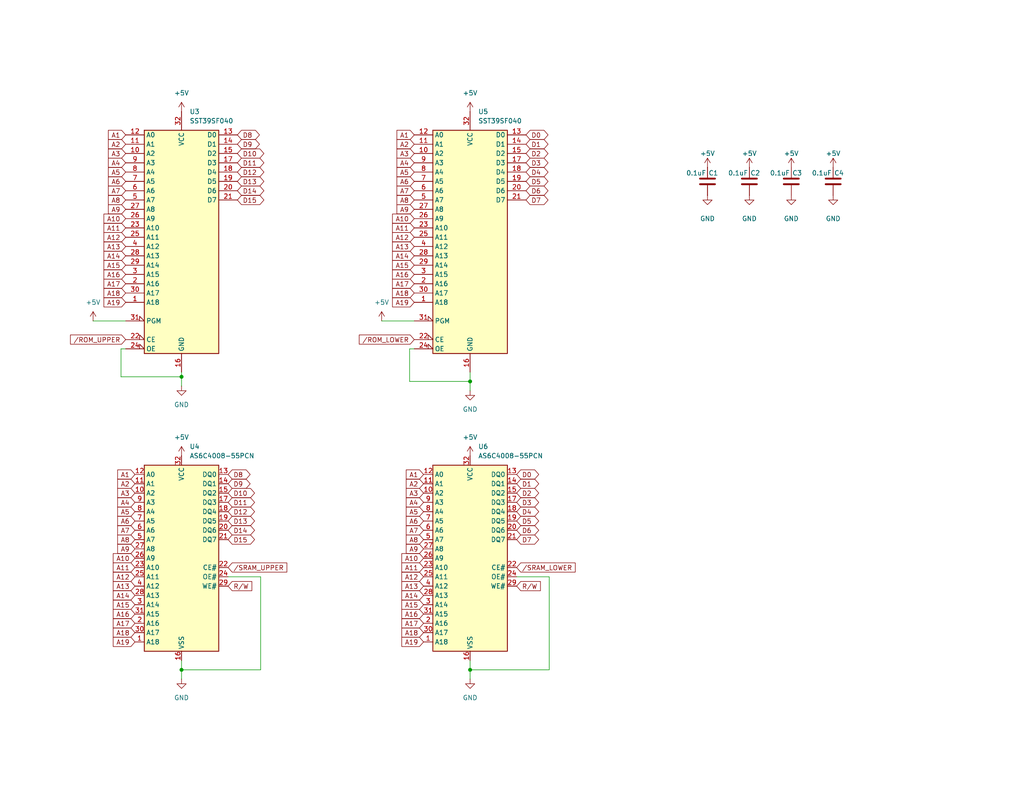
<source format=kicad_sch>
(kicad_sch (version 20231120) (generator "eeschema") (generator_version "8.0")
  (paper "A")
  (title_block (title "Mackerel-10 SBC v1") (date "2024-09-23") (rev "1.0a") (company "Colin Maykish"))
  (lib_symbols
    (symbol "Device:C" (pin_numbers hide) (pin_names (offset 0.254))
      (property "Reference" "C" (at 0.635 2.54 0))
      (property "Value" "C" (at 0.635 -2.54 0))
      (symbol "C_0_1"
        (polyline (pts (xy -2.032 -0.762) (xy 2.032 -0.762)) (stroke (width 0.508)))
        (polyline (pts (xy -2.032 0.762) (xy 2.032 0.762)) (stroke (width 0.508)))
      )
      (symbol "C_1_1"
        (pin passive line (at 0 3.81 270) (length 2.794) (name "~") (number "1"))
        (pin passive line (at 0 -3.81 90) (length 2.794) (name "~") (number "2"))
      )
    )
    (symbol "Memory_Flash:SST39SF040"
      (property "Reference" "U" (at 2.54 33.02 0))
      (property "Value" "SST39SF040" (at 0 -30.48 0))
      (symbol "SST39SF040_0_0"
        (pin power_in line (at 0 -34.29 90) (length 5.08) (name "GND") (number "16"))
        (pin power_in line (at 0 36.83 270) (length 5.08) (name "VCC") (number "32"))
      )
      (symbol "SST39SF040_0_1"
        (rectangle (start -10.16 31.75) (end 10.16 -29.21) (stroke (width 0.254)) (fill (type background)))
      )
      (symbol "SST39SF040_1_1"
        (pin input line (at -15.24 -15.24 0) (length 5.08) (name "A18") (number "1"))
        (pin input line (at -15.24 25.4 0) (length 5.08) (name "A2") (number "10"))
        (pin input line (at -15.24 27.94 0) (length 5.08) (name "A1") (number "11"))
        (pin input line (at -15.24 30.48 0) (length 5.08) (name "A0") (number "12"))
        (pin tri_state line (at 15.24 30.48 180) (length 5.08) (name "D0") (number "13"))
        (pin tri_state line (at 15.24 27.94 180) (length 5.08) (name "D1") (number "14"))
        (pin tri_state line (at 15.24 25.4 180) (length 5.08) (name "D2") (number "15"))
        (pin tri_state line (at 15.24 22.86 180) (length 5.08) (name "D3") (number "17"))
        (pin tri_state line (at 15.24 20.32 180) (length 5.08) (name "D4") (number "18"))
        (pin tri_state line (at 15.24 17.78 180) (length 5.08) (name "D5") (number "19"))
        (pin input line (at -15.24 -10.16 0) (length 5.08) (name "A16") (number "2"))
        (pin tri_state line (at 15.24 15.24 180) (length 5.08) (name "D6") (number "20"))
        (pin tri_state line (at 15.24 12.7 180) (length 5.08) (name "D7") (number "21"))
        (pin input input_low (at -15.24 -25.4 0) (length 5.08) (name "CE") (number "22"))
        (pin input line (at -15.24 5.08 0) (length 5.08) (name "A10") (number "23"))
        (pin input input_low (at -15.24 -27.94 0) (length 5.08) (name "OE") (number "24"))
        (pin input line (at -15.24 2.54 0) (length 5.08) (name "A11") (number "25"))
        (pin input line (at -15.24 7.62 0) (length 5.08) (name "A9") (number "26"))
        (pin input line (at -15.24 10.16 0) (length 5.08) (name "A8") (number "27"))
        (pin input line (at -15.24 -2.54 0) (length 5.08) (name "A13") (number "28"))
        (pin input line (at -15.24 -5.08 0) (length 5.08) (name "A14") (number "29"))
        (pin input line (at -15.24 -7.62 0) (length 5.08) (name "A15") (number "3"))
        (pin input line (at -15.24 -12.7 0) (length 5.08) (name "A17") (number "30"))
        (pin input input_low (at -15.24 -20.32 0) (length 5.08) (name "PGM") (number "31"))
        (pin input line (at -15.24 0 0) (length 5.08) (name "A12") (number "4"))
        (pin input line (at -15.24 12.7 0) (length 5.08) (name "A7") (number "5"))
        (pin input line (at -15.24 15.24 0) (length 5.08) (name "A6") (number "6"))
        (pin input line (at -15.24 17.78 0) (length 5.08) (name "A5") (number "7"))
        (pin input line (at -15.24 20.32 0) (length 5.08) (name "A4") (number "8"))
        (pin input line (at -15.24 22.86 0) (length 5.08) (name "A3") (number "9"))
      )
    )
    (symbol "Memory_RAM:AS6C4008-55PCN"
      (property "Reference" "U" (at -10.16 26.035 0))
      (property "Value" "AS6C4008-55PCN" (at 2.54 26.035 0))
      (symbol "AS6C4008-55PCN_0_0"
        (pin power_in line (at 0 -27.94 90) (length 2.54) (name "VSS") (number "16"))
        (pin power_in line (at 0 27.94 270) (length 2.54) (name "VCC") (number "32"))
      )
      (symbol "AS6C4008-55PCN_0_1"
        (rectangle (start -10.16 25.4) (end 10.16 -25.4) (stroke (width 0.254)) (fill (type background)))
      )
      (symbol "AS6C4008-55PCN_1_1"
        (pin input line (at -12.7 -22.86 0) (length 2.54) (name "A18") (number "1"))
        (pin input line (at -12.7 17.78 0) (length 2.54) (name "A2") (number "10"))
        (pin input line (at -12.7 20.32 0) (length 2.54) (name "A1") (number "11"))
        (pin input line (at -12.7 22.86 0) (length 2.54) (name "A0") (number "12"))
        (pin tri_state line (at 12.7 22.86 180) (length 2.54) (name "DQ0") (number "13"))
        (pin tri_state line (at 12.7 20.32 180) (length 2.54) (name "DQ1") (number "14"))
        (pin tri_state line (at 12.7 17.78 180) (length 2.54) (name "DQ2") (number "15"))
        (pin tri_state line (at 12.7 15.24 180) (length 2.54) (name "DQ3") (number "17"))
        (pin tri_state line (at 12.7 12.7 180) (length 2.54) (name "DQ4") (number "18"))
        (pin tri_state line (at 12.7 10.16 180) (length 2.54) (name "DQ5") (number "19"))
        (pin input line (at -12.7 -17.78 0) (length 2.54) (name "A16") (number "2"))
        (pin tri_state line (at 12.7 7.62 180) (length 2.54) (name "DQ6") (number "20"))
        (pin tri_state line (at 12.7 5.08 180) (length 2.54) (name "DQ7") (number "21"))
        (pin input line (at 12.7 -2.54 180) (length 2.54) (name "CE#") (number "22"))
        (pin input line (at -12.7 -2.54 0) (length 2.54) (name "A10") (number "23"))
        (pin input line (at 12.7 -5.08 180) (length 2.54) (name "OE#") (number "24"))
        (pin input line (at -12.7 -5.08 0) (length 2.54) (name "A11") (number "25"))
        (pin input line (at -12.7 0 0) (length 2.54) (name "A9") (number "26"))
        (pin input line (at -12.7 2.54 0) (length 2.54) (name "A8") (number "27"))
        (pin input line (at -12.7 -10.16 0) (length 2.54) (name "A13") (number "28"))
        (pin input line (at 12.7 -7.62 180) (length 2.54) (name "WE#") (number "29"))
        (pin input line (at -12.7 -12.7 0) (length 2.54) (name "A14") (number "3"))
        (pin input line (at -12.7 -20.32 0) (length 2.54) (name "A17") (number "30"))
        (pin input line (at -12.7 -15.24 0) (length 2.54) (name "A15") (number "31"))
        (pin input line (at -12.7 -7.62 0) (length 2.54) (name "A12") (number "4"))
        (pin input line (at -12.7 5.08 0) (length 2.54) (name "A7") (number "5"))
        (pin input line (at -12.7 7.62 0) (length 2.54) (name "A6") (number "6"))
        (pin input line (at -12.7 10.16 0) (length 2.54) (name "A5") (number "7"))
        (pin input line (at -12.7 12.7 0) (length 2.54) (name "A4") (number "8"))
        (pin input line (at -12.7 15.24 0) (length 2.54) (name "A3") (number "9"))
      )
    )
    (symbol "power:+5V" (power) (pin_numbers hide) (pin_names (offset 0) hide)
      (property "Value" "+5V" (at 0 3.556 0))
      (symbol "+5V_0_1"
        (polyline (pts (xy -0.762 1.27) (xy 0 2.54)))
        (polyline (pts (xy 0 0) (xy 0 2.54)))
        (polyline (pts (xy 0 2.54) (xy 0.762 1.27)))
      )
      (symbol "+5V_1_1"
        (pin power_in line (at 0 0 90) (length 0) (name "~") (number "1"))
      )
    )
    (symbol "power:GND" (power) (pin_numbers hide) (pin_names (offset 0) hide)
      (property "Value" "GND" (at 0 -3.81 0))
      (symbol "GND_0_1"
        (polyline (pts (xy 0 0) (xy 0 -1.27) (xy 1.27 -1.27) (xy 0 -2.54) (xy -1.27 -1.27) (xy 0 -1.27)))
      )
      (symbol "GND_1_1"
        (pin power_in line (at 0 0 270) (length 0) (name "~") (number "1"))
      )
    )
  )
  (junction (at 49.53 102.87))
  (junction (at 49.53 182.88))
  (junction (at 128.27 104.14))
  (junction (at 128.27 182.88))
  (wire (pts (xy 71.12 182.88) (xy 49.53 182.88)))
  (wire (pts (xy 49.53 185.42) (xy 49.53 182.88)))
  (wire (pts (xy 111.76 95.25) (xy 111.76 104.14)))
  (wire (pts (xy 33.02 102.87) (xy 49.53 102.87)))
  (wire (pts (xy 104.14 87.63) (xy 113.03 87.63)))
  (wire (pts (xy 49.53 182.88) (xy 49.53 180.34)))
  (wire (pts (xy 33.02 95.25) (xy 33.02 102.87)))
  (wire (pts (xy 113.03 95.25) (xy 111.76 95.25)))
  (wire (pts (xy 71.12 157.48) (xy 71.12 182.88)))
  (wire (pts (xy 149.86 157.48) (xy 149.86 182.88)))
  (wire (pts (xy 25.4 87.63) (xy 34.29 87.63)))
  (wire (pts (xy 128.27 104.14) (xy 128.27 101.6)))
  (wire (pts (xy 62.23 157.48) (xy 71.12 157.48)))
  (wire (pts (xy 140.97 157.48) (xy 149.86 157.48)))
  (wire (pts (xy 128.27 185.42) (xy 128.27 182.88)))
  (wire (pts (xy 49.53 102.87) (xy 49.53 101.6)))
  (wire (pts (xy 149.86 182.88) (xy 128.27 182.88)))
  (wire (pts (xy 34.29 95.25) (xy 33.02 95.25)))
  (wire (pts (xy 111.76 104.14) (xy 128.27 104.14)))
  (wire (pts (xy 128.27 106.68) (xy 128.27 104.14)))
  (wire (pts (xy 128.27 182.88) (xy 128.27 180.34)))
  (wire (pts (xy 49.53 105.41) (xy 49.53 102.87)))
  (global_label "A13" (shape input) (at 115.57 160.02 180) (property "Intersheetrefs" "${INTERSHEET_REFS}" (effects (hide yes))))
  (global_label "A8" (shape input) (at 113.03 54.61 180) (property "Intersheetrefs" "${INTERSHEET_REFS}" (effects (hide yes))))
  (global_label "A16" (shape input) (at 36.83 167.64 180) (property "Intersheetrefs" "${INTERSHEET_REFS}" (effects (hide yes))))
  (global_label "A13" (shape input) (at 36.83 160.02 180) (property "Intersheetrefs" "${INTERSHEET_REFS}" (effects (hide yes))))
  (global_label "A11" (shape input) (at 36.83 154.94 180) (property "Intersheetrefs" "${INTERSHEET_REFS}" (effects (hide yes))))
  (global_label "A10" (shape input) (at 115.57 152.4 180) (property "Intersheetrefs" "${INTERSHEET_REFS}" (effects (hide yes))))
  (global_label "D2" (shape bidirectional) (at 143.51 41.91 0) (property "Intersheetrefs" "${INTERSHEET_REFS}" (effects (hide yes))))
  (global_label "A19" (shape input) (at 36.83 175.26 180) (property "Intersheetrefs" "${INTERSHEET_REFS}" (effects (hide yes))))
  (global_label "A7" (shape input) (at 113.03 52.07 180) (property "Intersheetrefs" "${INTERSHEET_REFS}" (effects (hide yes))))
  (global_label "R{slash}W" (shape input) (at 62.23 160.02 0) (property "Intersheetrefs" "${INTERSHEET_REFS}" (effects (hide yes))))
  (global_label "D8" (shape bidirectional) (at 64.77 36.83 0) (property "Intersheetrefs" "${INTERSHEET_REFS}" (effects (hide yes))))
  (global_label "A2" (shape input) (at 34.29 39.37 180) (property "Intersheetrefs" "${INTERSHEET_REFS}" (effects (hide yes))))
  (global_label "A3" (shape input) (at 36.83 134.62 180) (property "Intersheetrefs" "${INTERSHEET_REFS}" (effects (hide yes))))
  (global_label "D13" (shape bidirectional) (at 64.77 49.53 0) (property "Intersheetrefs" "${INTERSHEET_REFS}" (effects (hide yes))))
  (global_label "D6" (shape bidirectional) (at 143.51 52.07 0) (property "Intersheetrefs" "${INTERSHEET_REFS}" (effects (hide yes))))
  (global_label "A17" (shape input) (at 113.03 77.47 180) (property "Intersheetrefs" "${INTERSHEET_REFS}" (effects (hide yes))))
  (global_label "A8" (shape input) (at 115.57 147.32 180) (property "Intersheetrefs" "${INTERSHEET_REFS}" (effects (hide yes))))
  (global_label "D9" (shape bidirectional) (at 64.77 39.37 0) (property "Intersheetrefs" "${INTERSHEET_REFS}" (effects (hide yes))))
  (global_label "A10" (shape input) (at 113.03 59.69 180) (property "Intersheetrefs" "${INTERSHEET_REFS}" (effects (hide yes))))
  (global_label "A13" (shape input) (at 34.29 67.31 180) (property "Intersheetrefs" "${INTERSHEET_REFS}" (effects (hide yes))))
  (global_label "D4" (shape bidirectional) (at 140.97 139.7 0) (property "Intersheetrefs" "${INTERSHEET_REFS}" (effects (hide yes))))
  (global_label "D14" (shape bidirectional) (at 62.23 144.78 0) (property "Intersheetrefs" "${INTERSHEET_REFS}" (effects (hide yes))))
  (global_label "A18" (shape input) (at 115.57 172.72 180) (property "Intersheetrefs" "${INTERSHEET_REFS}" (effects (hide yes))))
  (global_label "D7" (shape bidirectional) (at 140.97 147.32 0) (property "Intersheetrefs" "${INTERSHEET_REFS}" (effects (hide yes))))
  (global_label "A7" (shape input) (at 115.57 144.78 180) (property "Intersheetrefs" "${INTERSHEET_REFS}" (effects (hide yes))))
  (global_label "A15" (shape input) (at 34.29 72.39 180) (property "Intersheetrefs" "${INTERSHEET_REFS}" (effects (hide yes))))
  (global_label "A18" (shape input) (at 36.83 172.72 180) (property "Intersheetrefs" "${INTERSHEET_REFS}" (effects (hide yes))))
  (global_label "A1" (shape input) (at 34.29 36.83 180) (property "Intersheetrefs" "${INTERSHEET_REFS}" (effects (hide yes))))
  (global_label "D1" (shape bidirectional) (at 140.97 132.08 0) (property "Intersheetrefs" "${INTERSHEET_REFS}" (effects (hide yes))))
  (global_label "D12" (shape bidirectional) (at 64.77 46.99 0) (property "Intersheetrefs" "${INTERSHEET_REFS}" (effects (hide yes))))
  (global_label "A5" (shape input) (at 34.29 46.99 180) (property "Intersheetrefs" "${INTERSHEET_REFS}" (effects (hide yes))))
  (global_label "A16" (shape input) (at 113.03 74.93 180) (property "Intersheetrefs" "${INTERSHEET_REFS}" (effects (hide yes))))
  (global_label "A4" (shape input) (at 34.29 44.45 180) (property "Intersheetrefs" "${INTERSHEET_REFS}" (effects (hide yes))))
  (global_label "A16" (shape input) (at 115.57 167.64 180) (property "Intersheetrefs" "${INTERSHEET_REFS}" (effects (hide yes))))
  (global_label "A5" (shape input) (at 115.57 139.7 180) (property "Intersheetrefs" "${INTERSHEET_REFS}" (effects (hide yes))))
  (global_label "A14" (shape input) (at 34.29 69.85 180) (property "Intersheetrefs" "${INTERSHEET_REFS}" (effects (hide yes))))
  (global_label "D14" (shape bidirectional) (at 64.77 52.07 0) (property "Intersheetrefs" "${INTERSHEET_REFS}" (effects (hide yes))))
  (global_label "A8" (shape input) (at 34.29 54.61 180) (property "Intersheetrefs" "${INTERSHEET_REFS}" (effects (hide yes))))
  (global_label "A19" (shape input) (at 34.29 82.55 180) (property "Intersheetrefs" "${INTERSHEET_REFS}" (effects (hide yes))))
  (global_label "A14" (shape input) (at 115.57 162.56 180) (property "Intersheetrefs" "${INTERSHEET_REFS}" (effects (hide yes))))
  (global_label "A3" (shape input) (at 115.57 134.62 180) (property "Intersheetrefs" "${INTERSHEET_REFS}" (effects (hide yes))))
  (global_label "A14" (shape input) (at 36.83 162.56 180) (property "Intersheetrefs" "${INTERSHEET_REFS}" (effects (hide yes))))
  (global_label "A10" (shape input) (at 36.83 152.4 180) (property "Intersheetrefs" "${INTERSHEET_REFS}" (effects (hide yes))))
  (global_label "A7" (shape input) (at 34.29 52.07 180) (property "Intersheetrefs" "${INTERSHEET_REFS}" (effects (hide yes))))
  (global_label "R{slash}W" (shape input) (at 140.97 160.02 0) (property "Intersheetrefs" "${INTERSHEET_REFS}" (effects (hide yes))))
  (global_label "D10" (shape bidirectional) (at 64.77 41.91 0) (property "Intersheetrefs" "${INTERSHEET_REFS}" (effects (hide yes))))
  (global_label "A2" (shape input) (at 36.83 132.08 180) (property "Intersheetrefs" "${INTERSHEET_REFS}" (effects (hide yes))))
  (global_label "D5" (shape bidirectional) (at 140.97 142.24 0) (property "Intersheetrefs" "${INTERSHEET_REFS}" (effects (hide yes))))
  (global_label "D9" (shape bidirectional) (at 62.23 132.08 0) (property "Intersheetrefs" "${INTERSHEET_REFS}" (effects (hide yes))))
  (global_label "A2" (shape input) (at 113.03 39.37 180) (property "Intersheetrefs" "${INTERSHEET_REFS}" (effects (hide yes))))
  (global_label "A4" (shape input) (at 115.57 137.16 180) (property "Intersheetrefs" "${INTERSHEET_REFS}" (effects (hide yes))))
  (global_label "{slash}ROM_LOWER" (shape input) (at 113.03 92.71 180) (property "Intersheetrefs" "${INTERSHEET_REFS}" (effects (hide yes))))
  (global_label "A1" (shape input) (at 115.57 129.54 180) (property "Intersheetrefs" "${INTERSHEET_REFS}" (effects (hide yes))))
  (global_label "A6" (shape input) (at 113.03 49.53 180) (property "Intersheetrefs" "${INTERSHEET_REFS}" (effects (hide yes))))
  (global_label "A9" (shape input) (at 34.29 57.15 180) (property "Intersheetrefs" "${INTERSHEET_REFS}" (effects (hide yes))))
  (global_label "D0" (shape bidirectional) (at 143.51 36.83 0) (property "Intersheetrefs" "${INTERSHEET_REFS}" (effects (hide yes))))
  (global_label "A15" (shape input) (at 115.57 165.1 180) (property "Intersheetrefs" "${INTERSHEET_REFS}" (effects (hide yes))))
  (global_label "A1" (shape input) (at 113.03 36.83 180) (property "Intersheetrefs" "${INTERSHEET_REFS}" (effects (hide yes))))
  (global_label "A6" (shape input) (at 36.83 142.24 180) (property "Intersheetrefs" "${INTERSHEET_REFS}" (effects (hide yes))))
  (global_label "D6" (shape bidirectional) (at 140.97 144.78 0) (property "Intersheetrefs" "${INTERSHEET_REFS}" (effects (hide yes))))
  (global_label "D15" (shape bidirectional) (at 64.77 54.61 0) (property "Intersheetrefs" "${INTERSHEET_REFS}" (effects (hide yes))))
  (global_label "A17" (shape input) (at 36.83 170.18 180) (property "Intersheetrefs" "${INTERSHEET_REFS}" (effects (hide yes))))
  (global_label "A17" (shape input) (at 115.57 170.18 180) (property "Intersheetrefs" "${INTERSHEET_REFS}" (effects (hide yes))))
  (global_label "A12" (shape input) (at 36.83 157.48 180) (property "Intersheetrefs" "${INTERSHEET_REFS}" (effects (hide yes))))
  (global_label "A9" (shape input) (at 36.83 149.86 180) (property "Intersheetrefs" "${INTERSHEET_REFS}" (effects (hide yes))))
  (global_label "A6" (shape input) (at 115.57 142.24 180) (property "Intersheetrefs" "${INTERSHEET_REFS}" (effects (hide yes))))
  (global_label "A5" (shape input) (at 36.83 139.7 180) (property "Intersheetrefs" "${INTERSHEET_REFS}" (effects (hide yes))))
  (global_label "A3" (shape input) (at 113.03 41.91 180) (property "Intersheetrefs" "${INTERSHEET_REFS}" (effects (hide yes))))
  (global_label "A15" (shape input) (at 113.03 72.39 180) (property "Intersheetrefs" "${INTERSHEET_REFS}" (effects (hide yes))))
  (global_label "A14" (shape input) (at 113.03 69.85 180) (property "Intersheetrefs" "${INTERSHEET_REFS}" (effects (hide yes))))
  (global_label "A11" (shape input) (at 115.57 154.94 180) (property "Intersheetrefs" "${INTERSHEET_REFS}" (effects (hide yes))))
  (global_label "A13" (shape input) (at 113.03 67.31 180) (property "Intersheetrefs" "${INTERSHEET_REFS}" (effects (hide yes))))
  (global_label "D12" (shape bidirectional) (at 62.23 139.7 0) (property "Intersheetrefs" "${INTERSHEET_REFS}" (effects (hide yes))))
  (global_label "A12" (shape input) (at 34.29 64.77 180) (property "Intersheetrefs" "${INTERSHEET_REFS}" (effects (hide yes))))
  (global_label "A12" (shape input) (at 113.03 64.77 180) (property "Intersheetrefs" "${INTERSHEET_REFS}" (effects (hide yes))))
  (global_label "A4" (shape input) (at 113.03 44.45 180) (property "Intersheetrefs" "${INTERSHEET_REFS}" (effects (hide yes))))
  (global_label "A5" (shape input) (at 113.03 46.99 180) (property "Intersheetrefs" "${INTERSHEET_REFS}" (effects (hide yes))))
  (global_label "{slash}SRAM_LOWER" (shape input) (at 140.97 154.94 0) (property "Intersheetrefs" "${INTERSHEET_REFS}" (effects (hide yes))))
  (global_label "D11" (shape bidirectional) (at 62.23 137.16 0) (property "Intersheetrefs" "${INTERSHEET_REFS}" (effects (hide yes))))
  (global_label "A11" (shape input) (at 34.29 62.23 180) (property "Intersheetrefs" "${INTERSHEET_REFS}" (effects (hide yes))))
  (global_label "D1" (shape bidirectional) (at 143.51 39.37 0) (property "Intersheetrefs" "${INTERSHEET_REFS}" (effects (hide yes))))
  (global_label "A10" (shape input) (at 34.29 59.69 180) (property "Intersheetrefs" "${INTERSHEET_REFS}" (effects (hide yes))))
  (global_label "D3" (shape bidirectional) (at 140.97 137.16 0) (property "Intersheetrefs" "${INTERSHEET_REFS}" (effects (hide yes))))
  (global_label "A18" (shape input) (at 113.03 80.01 180) (property "Intersheetrefs" "${INTERSHEET_REFS}" (effects (hide yes))))
  (global_label "A12" (shape input) (at 115.57 157.48 180) (property "Intersheetrefs" "${INTERSHEET_REFS}" (effects (hide yes))))
  (global_label "D10" (shape bidirectional) (at 62.23 134.62 0) (property "Intersheetrefs" "${INTERSHEET_REFS}" (effects (hide yes))))
  (global_label "A15" (shape input) (at 36.83 165.1 180) (property "Intersheetrefs" "${INTERSHEET_REFS}" (effects (hide yes))))
  (global_label "A9" (shape input) (at 113.03 57.15 180) (property "Intersheetrefs" "${INTERSHEET_REFS}" (effects (hide yes))))
  (global_label "D2" (shape bidirectional) (at 140.97 134.62 0) (property "Intersheetrefs" "${INTERSHEET_REFS}" (effects (hide yes))))
  (global_label "{slash}SRAM_UPPER" (shape input) (at 62.23 154.94 0) (property "Intersheetrefs" "${INTERSHEET_REFS}" (effects (hide yes))))
  (global_label "D5" (shape bidirectional) (at 143.51 49.53 0) (property "Intersheetrefs" "${INTERSHEET_REFS}" (effects (hide yes))))
  (global_label "D13" (shape bidirectional) (at 62.23 142.24 0) (property "Intersheetrefs" "${INTERSHEET_REFS}" (effects (hide yes))))
  (global_label "D7" (shape bidirectional) (at 143.51 54.61 0) (property "Intersheetrefs" "${INTERSHEET_REFS}" (effects (hide yes))))
  (global_label "D3" (shape bidirectional) (at 143.51 44.45 0) (property "Intersheetrefs" "${INTERSHEET_REFS}" (effects (hide yes))))
  (global_label "D15" (shape bidirectional) (at 62.23 147.32 0) (property "Intersheetrefs" "${INTERSHEET_REFS}" (effects (hide yes))))
  (global_label "D0" (shape bidirectional) (at 140.97 129.54 0) (property "Intersheetrefs" "${INTERSHEET_REFS}" (effects (hide yes))))
  (global_label "A18" (shape input) (at 34.29 80.01 180) (property "Intersheetrefs" "${INTERSHEET_REFS}" (effects (hide yes))))
  (global_label "A17" (shape input) (at 34.29 77.47 180) (property "Intersheetrefs" "${INTERSHEET_REFS}" (effects (hide yes))))
  (global_label "A3" (shape input) (at 34.29 41.91 180) (property "Intersheetrefs" "${INTERSHEET_REFS}" (effects (hide yes))))
  (global_label "{slash}ROM_UPPER" (shape input) (at 34.29 92.71 180) (property "Intersheetrefs" "${INTERSHEET_REFS}" (effects (hide yes))))
  (global_label "A1" (shape input) (at 36.83 129.54 180) (property "Intersheetrefs" "${INTERSHEET_REFS}" (effects (hide yes))))
  (global_label "A9" (shape input) (at 115.57 149.86 180) (property "Intersheetrefs" "${INTERSHEET_REFS}" (effects (hide yes))))
  (global_label "A19" (shape input) (at 115.57 175.26 180) (property "Intersheetrefs" "${INTERSHEET_REFS}" (effects (hide yes))))
  (global_label "A8" (shape input) (at 36.83 147.32 180) (property "Intersheetrefs" "${INTERSHEET_REFS}" (effects (hide yes))))
  (global_label "A6" (shape input) (at 34.29 49.53 180) (property "Intersheetrefs" "${INTERSHEET_REFS}" (effects (hide yes))))
  (global_label "A16" (shape input) (at 34.29 74.93 180) (property "Intersheetrefs" "${INTERSHEET_REFS}" (effects (hide yes))))
  (global_label "D11" (shape bidirectional) (at 64.77 44.45 0) (property "Intersheetrefs" "${INTERSHEET_REFS}" (effects (hide yes))))
  (global_label "A19" (shape input) (at 113.03 82.55 180) (property "Intersheetrefs" "${INTERSHEET_REFS}" (effects (hide yes))))
  (global_label "A2" (shape input) (at 115.57 132.08 180) (property "Intersheetrefs" "${INTERSHEET_REFS}" (effects (hide yes))))
  (global_label "D4" (shape bidirectional) (at 143.51 46.99 0) (property "Intersheetrefs" "${INTERSHEET_REFS}" (effects (hide yes))))
  (global_label "A4" (shape input) (at 36.83 137.16 180) (property "Intersheetrefs" "${INTERSHEET_REFS}" (effects (hide yes))))
  (global_label "A7" (shape input) (at 36.83 144.78 180) (property "Intersheetrefs" "${INTERSHEET_REFS}" (effects (hide yes))))
  (global_label "D8" (shape bidirectional) (at 62.23 129.54 0) (property "Intersheetrefs" "${INTERSHEET_REFS}" (effects (hide yes))))
  (global_label "A11" (shape input) (at 113.03 62.23 180) (property "Intersheetrefs" "${INTERSHEET_REFS}" (effects (hide yes))))
  (symbol (lib_id "Memory_Flash:SST39SF040") (at 128.27 67.31 0) (unit 1)
    (property "Reference" "U5" (at 130.4641 30.48 0) (effects (justify left)))
    (property "Value" "SST39SF040" (at 130.4641 33.02 0) (effects (justify left)))
    (property "Footprint" "Package_DIP:DIP-32_W15.24mm" (effects (hide yes)))
    (property "Datasheet" "http://ww1.microchip.com/downloads/en/DeviceDoc/25022B.pdf" (effects (hide yes)))
    (property "Description" "Silicon Storage Technology (SSF) 512k x 8 Flash ROM" (effects (hide yes)))
  )
  (symbol (lib_id "Memory_RAM:AS6C4008-55PCN") (at 49.53 152.4 0) (unit 1)
    (property "Reference" "U4" (at 51.7241 121.92 0) (effects (justify left)))
    (property "Value" "AS6C4008-55PCN" (at 51.7241 124.46 0) (effects (justify left)))
    (property "Footprint" "Package_DIP:DIP-32_W15.24mm" (effects (hide yes)))
    (property "Datasheet" "https://www.alliancememory.com/wp-content/uploads/pdf/AS6C4008.pdf" (effects (hide yes)))
    (property "Description" "512K x 8 Low Power CMOS RAM, DIP-32" (effects (hide yes)))
  )
  (symbol (lib_id "power:+5V") (at 128.27 30.48 0) (unit 1)
    (property "Reference" "#PWR017" (effects (hide yes)))
    (property "Value" "+5V" (at 128.27 25.4 0))
    (property "Description" "Power symbol creates a global label with name \"+5V\"" (effects (hide yes)))
  )
  (symbol (lib_id "power:GND") (at 49.53 105.41 0) (unit 1)
    (property "Reference" "#PWR013" (effects (hide yes)))
    (property "Value" "GND" (at 49.53 110.49 0))
    (property "Description" "Power symbol creates a global label with name \"GND\" , ground" (effects (hide yes)))
  )
  (symbol (lib_id "power:+5V") (at 128.27 124.46 0) (unit 1)
    (property "Reference" "#PWR019" (effects (hide yes)))
    (property "Value" "+5V" (at 128.27 119.38 0))
    (property "Description" "Power symbol creates a global label with name \"+5V\"" (effects (hide yes)))
  )
  (symbol (lib_id "power:+5V") (at 204.47 45.72 0) (unit 1)
    (property "Reference" "#PWR023" (effects (hide yes)))
    (property "Value" "+5V" (at 204.47 41.91 0))
    (property "Description" "Power symbol creates a global label with name \"+5V\"" (effects (hide yes)))
  )
  (symbol (lib_id "power:GND") (at 128.27 185.42 0) (unit 1)
    (property "Reference" "#PWR020" (effects (hide yes)))
    (property "Value" "GND" (at 128.27 190.5 0))
    (property "Description" "Power symbol creates a global label with name \"GND\" , ground" (effects (hide yes)))
  )
  (symbol (lib_id "power:+5V") (at 49.53 124.46 0) (unit 1)
    (property "Reference" "#PWR014" (effects (hide yes)))
    (property "Value" "+5V" (at 49.53 119.38 0))
    (property "Description" "Power symbol creates a global label with name \"+5V\"" (effects (hide yes)))
  )
  (symbol (lib_id "power:+5V") (at 193.04 45.72 0) (unit 1)
    (property "Reference" "#PWR021" (effects (hide yes)))
    (property "Value" "+5V" (at 193.04 41.91 0))
    (property "Description" "Power symbol creates a global label with name \"+5V\"" (effects (hide yes)))
  )
  (symbol (lib_id "Device:C") (at 227.33 49.53 0) (unit 1)
    (property "Reference" "C4" (at 227.584 47.244 0) (effects (justify left)))
    (property "Value" "0.1uF" (at 221.488 47.244 0) (effects (justify left)))
    (property "Footprint" "Capacitor_THT:C_Disc_D4.7mm_W2.5mm_P5.00mm" (effects (hide yes)))
    (property "Description" "Unpolarized capacitor" (effects (hide yes)))
  )
  (symbol (lib_id "Device:C") (at 204.47 49.53 0) (unit 1)
    (property "Reference" "C2" (at 204.724 47.244 0) (effects (justify left)))
    (property "Value" "0.1uF" (at 198.628 47.244 0) (effects (justify left)))
    (property "Footprint" "Capacitor_THT:C_Disc_D4.7mm_W2.5mm_P5.00mm" (effects (hide yes)))
    (property "Description" "Unpolarized capacitor" (effects (hide yes)))
  )
  (symbol (lib_id "power:+5V") (at 104.14 87.63 0) (unit 1)
    (property "Reference" "#PWR016" (effects (hide yes)))
    (property "Value" "+5V" (at 104.14 82.55 0))
    (property "Description" "Power symbol creates a global label with name \"+5V\"" (effects (hide yes)))
  )
  (symbol (lib_id "power:GND") (at 204.47 53.34 0) (unit 1)
    (property "Reference" "#PWR024" (effects (hide yes)))
    (property "Value" "GND" (at 204.47 59.69 0))
    (property "Description" "Power symbol creates a global label with name \"GND\" , ground" (effects (hide yes)))
  )
  (symbol (lib_id "power:GND") (at 128.27 106.68 0) (unit 1)
    (property "Reference" "#PWR018" (effects (hide yes)))
    (property "Value" "GND" (at 128.27 111.76 0))
    (property "Description" "Power symbol creates a global label with name \"GND\" , ground" (effects (hide yes)))
  )
  (symbol (lib_id "Memory_RAM:AS6C4008-55PCN") (at 128.27 152.4 0) (unit 1)
    (property "Reference" "U6" (at 130.4641 121.92 0) (effects (justify left)))
    (property "Value" "AS6C4008-55PCN" (at 130.4641 124.46 0) (effects (justify left)))
    (property "Footprint" "Package_DIP:DIP-32_W15.24mm" (effects (hide yes)))
    (property "Datasheet" "https://www.alliancememory.com/wp-content/uploads/pdf/AS6C4008.pdf" (effects (hide yes)))
    (property "Description" "512K x 8 Low Power CMOS RAM, DIP-32" (effects (hide yes)))
  )
  (symbol (lib_id "power:+5V") (at 25.4 87.63 0) (unit 1)
    (property "Reference" "#PWR011" (effects (hide yes)))
    (property "Value" "+5V" (at 25.4 82.55 0))
    (property "Description" "Power symbol creates a global label with name \"+5V\"" (effects (hide yes)))
  )
  (symbol (lib_id "Memory_Flash:SST39SF040") (at 49.53 67.31 0) (unit 1)
    (property "Reference" "U3" (at 51.7241 30.48 0) (effects (justify left)))
    (property "Value" "SST39SF040" (at 51.7241 33.02 0) (effects (justify left)))
    (property "Footprint" "Package_DIP:DIP-32_W15.24mm" (effects (hide yes)))
    (property "Datasheet" "http://ww1.microchip.com/downloads/en/DeviceDoc/25022B.pdf" (effects (hide yes)))
    (property "Description" "Silicon Storage Technology (SSF) 512k x 8 Flash ROM" (effects (hide yes)))
  )
  (symbol (lib_id "Device:C") (at 215.9 49.53 0) (unit 1)
    (property "Reference" "C3" (at 216.154 47.244 0) (effects (justify left)))
    (property "Value" "0.1uF" (at 210.058 47.244 0) (effects (justify left)))
    (property "Footprint" "Capacitor_THT:C_Disc_D4.7mm_W2.5mm_P5.00mm" (effects (hide yes)))
    (property "Description" "Unpolarized capacitor" (effects (hide yes)))
  )
  (symbol (lib_id "power:GND") (at 49.53 185.42 0) (unit 1)
    (property "Reference" "#PWR015" (effects (hide yes)))
    (property "Value" "GND" (at 49.53 190.5 0))
    (property "Description" "Power symbol creates a global label with name \"GND\" , ground" (effects (hide yes)))
  )
  (symbol (lib_id "power:+5V") (at 227.33 45.72 0) (unit 1)
    (property "Reference" "#PWR027" (effects (hide yes)))
    (property "Value" "+5V" (at 227.33 41.91 0))
    (property "Description" "Power symbol creates a global label with name \"+5V\"" (effects (hide yes)))
  )
  (symbol (lib_id "power:+5V") (at 215.9 45.72 0) (unit 1)
    (property "Reference" "#PWR025" (effects (hide yes)))
    (property "Value" "+5V" (at 215.9 41.91 0))
    (property "Description" "Power symbol creates a global label with name \"+5V\"" (effects (hide yes)))
  )
  (symbol (lib_id "power:GND") (at 227.33 53.34 0) (unit 1)
    (property "Reference" "#PWR028" (effects (hide yes)))
    (property "Value" "GND" (at 227.33 59.69 0))
    (property "Description" "Power symbol creates a global label with name \"GND\" , ground" (effects (hide yes)))
  )
  (symbol (lib_id "power:+5V") (at 49.53 30.48 0) (unit 1)
    (property "Reference" "#PWR012" (effects (hide yes)))
    (property "Value" "+5V" (at 49.53 25.4 0))
    (property "Description" "Power symbol creates a global label with name \"+5V\"" (effects (hide yes)))
  )
  (symbol (lib_id "power:GND") (at 215.9 53.34 0) (unit 1)
    (property "Reference" "#PWR026" (effects (hide yes)))
    (property "Value" "GND" (at 215.9 59.69 0))
    (property "Description" "Power symbol creates a global label with name \"GND\" , ground" (effects (hide yes)))
  )
  (symbol (lib_id "Device:C") (at 193.04 49.53 0) (unit 1)
    (property "Reference" "C1" (at 193.294 47.244 0) (effects (justify left)))
    (property "Value" "0.1uF" (at 187.198 47.244 0) (effects (justify left)))
    (property "Footprint" "Capacitor_THT:C_Disc_D4.7mm_W2.5mm_P5.00mm" (effects (hide yes)))
    (property "Description" "Unpolarized capacitor" (effects (hide yes)))
  )
  (symbol (lib_id "power:GND") (at 193.04 53.34 0) (unit 1)
    (property "Reference" "#PWR022" (effects (hide yes)))
    (property "Value" "GND" (at 193.04 59.69 0))
    (property "Description" "Power symbol creates a global label with name \"GND\" , ground" (effects (hide yes)))
  )
)
</source>
